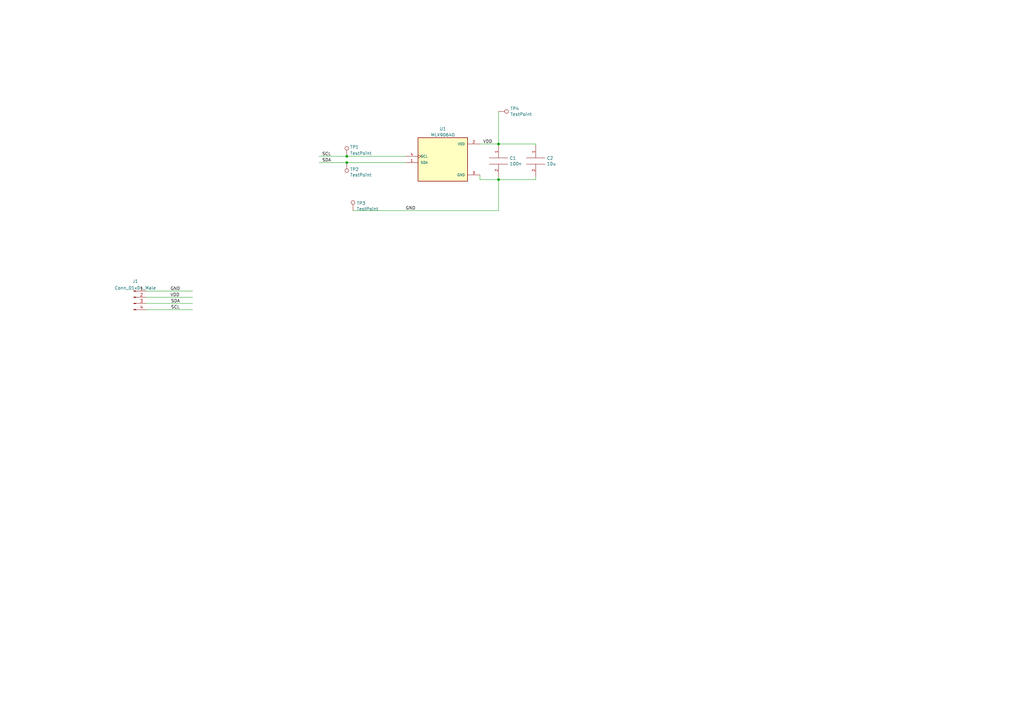
<source format=kicad_sch>
(kicad_sch (version 20211123) (generator eeschema)

  (uuid f144a97d-c3f0-423f-b0a9-3f7dbc42478b)

  (paper "A3")

  (lib_symbols
    (symbol "Connector:Conn_01x04_Male" (pin_names (offset 1.016) hide) (in_bom yes) (on_board yes)
      (property "Reference" "J" (id 0) (at 0 5.08 0)
        (effects (font (size 1.27 1.27)))
      )
      (property "Value" "Conn_01x04_Male" (id 1) (at 0 -7.62 0)
        (effects (font (size 1.27 1.27)))
      )
      (property "Footprint" "" (id 2) (at 0 0 0)
        (effects (font (size 1.27 1.27)) hide)
      )
      (property "Datasheet" "~" (id 3) (at 0 0 0)
        (effects (font (size 1.27 1.27)) hide)
      )
      (property "ki_keywords" "connector" (id 4) (at 0 0 0)
        (effects (font (size 1.27 1.27)) hide)
      )
      (property "ki_description" "Generic connector, single row, 01x04, script generated (kicad-library-utils/schlib/autogen/connector/)" (id 5) (at 0 0 0)
        (effects (font (size 1.27 1.27)) hide)
      )
      (property "ki_fp_filters" "Connector*:*_1x??_*" (id 6) (at 0 0 0)
        (effects (font (size 1.27 1.27)) hide)
      )
      (symbol "Conn_01x04_Male_1_1"
        (polyline
          (pts
            (xy 1.27 -5.08)
            (xy 0.8636 -5.08)
          )
          (stroke (width 0.1524) (type default) (color 0 0 0 0))
          (fill (type none))
        )
        (polyline
          (pts
            (xy 1.27 -2.54)
            (xy 0.8636 -2.54)
          )
          (stroke (width 0.1524) (type default) (color 0 0 0 0))
          (fill (type none))
        )
        (polyline
          (pts
            (xy 1.27 0)
            (xy 0.8636 0)
          )
          (stroke (width 0.1524) (type default) (color 0 0 0 0))
          (fill (type none))
        )
        (polyline
          (pts
            (xy 1.27 2.54)
            (xy 0.8636 2.54)
          )
          (stroke (width 0.1524) (type default) (color 0 0 0 0))
          (fill (type none))
        )
        (rectangle (start 0.8636 -4.953) (end 0 -5.207)
          (stroke (width 0.1524) (type default) (color 0 0 0 0))
          (fill (type outline))
        )
        (rectangle (start 0.8636 -2.413) (end 0 -2.667)
          (stroke (width 0.1524) (type default) (color 0 0 0 0))
          (fill (type outline))
        )
        (rectangle (start 0.8636 0.127) (end 0 -0.127)
          (stroke (width 0.1524) (type default) (color 0 0 0 0))
          (fill (type outline))
        )
        (rectangle (start 0.8636 2.667) (end 0 2.413)
          (stroke (width 0.1524) (type default) (color 0 0 0 0))
          (fill (type outline))
        )
        (pin passive line (at 5.08 2.54 180) (length 3.81)
          (name "Pin_1" (effects (font (size 1.27 1.27))))
          (number "1" (effects (font (size 1.27 1.27))))
        )
        (pin passive line (at 5.08 0 180) (length 3.81)
          (name "Pin_2" (effects (font (size 1.27 1.27))))
          (number "2" (effects (font (size 1.27 1.27))))
        )
        (pin passive line (at 5.08 -2.54 180) (length 3.81)
          (name "Pin_3" (effects (font (size 1.27 1.27))))
          (number "3" (effects (font (size 1.27 1.27))))
        )
        (pin passive line (at 5.08 -5.08 180) (length 3.81)
          (name "Pin_4" (effects (font (size 1.27 1.27))))
          (number "4" (effects (font (size 1.27 1.27))))
        )
      )
    )
    (symbol "Connector:TestPoint" (pin_numbers hide) (pin_names (offset 0.762) hide) (in_bom yes) (on_board yes)
      (property "Reference" "TP" (id 0) (at 0 6.858 0)
        (effects (font (size 1.27 1.27)))
      )
      (property "Value" "TestPoint" (id 1) (at 0 5.08 0)
        (effects (font (size 1.27 1.27)))
      )
      (property "Footprint" "" (id 2) (at 5.08 0 0)
        (effects (font (size 1.27 1.27)) hide)
      )
      (property "Datasheet" "~" (id 3) (at 5.08 0 0)
        (effects (font (size 1.27 1.27)) hide)
      )
      (property "ki_keywords" "test point tp" (id 4) (at 0 0 0)
        (effects (font (size 1.27 1.27)) hide)
      )
      (property "ki_description" "test point" (id 5) (at 0 0 0)
        (effects (font (size 1.27 1.27)) hide)
      )
      (property "ki_fp_filters" "Pin* Test*" (id 6) (at 0 0 0)
        (effects (font (size 1.27 1.27)) hide)
      )
      (symbol "TestPoint_0_1"
        (circle (center 0 3.302) (radius 0.762)
          (stroke (width 0) (type default) (color 0 0 0 0))
          (fill (type none))
        )
      )
      (symbol "TestPoint_1_1"
        (pin passive line (at 0 0 90) (length 2.54)
          (name "1" (effects (font (size 1.27 1.27))))
          (number "1" (effects (font (size 1.27 1.27))))
        )
      )
    )
    (symbol "melexis-temperature:MLX90640" (pin_names (offset 1.016)) (in_bom yes) (on_board yes)
      (property "Reference" "U?" (id 0) (at -10.16 8.89 0)
        (effects (font (size 1.27 1.27)) (justify left bottom))
      )
      (property "Value" "MLX90640" (id 1) (at -10.16 -11.43 0)
        (effects (font (size 1.27 1.27)) (justify left bottom))
      )
      (property "Footprint" "melexis-temperature:mlx90640_41" (id 2) (at -10.16 -16.51 0)
        (effects (font (size 1.27 1.27)) (justify left bottom) hide)
      )
      (property "Datasheet" "https://melexis.com/mlx90640" (id 3) (at -10.16 -13.97 0)
        (effects (font (size 1.27 1.27)) (justify left bottom) hide)
      )
      (symbol "MLX90640_0_0"
        (rectangle (start -10.16 -10.16) (end 10.16 7.62)
          (stroke (width 0.254) (type default) (color 0 0 0 0))
          (fill (type background))
        )
        (pin bidirectional line (at -15.24 -2.54 0) (length 5.08)
          (name "SDA" (effects (font (size 1.016 1.016))))
          (number "1" (effects (font (size 1.016 1.016))))
        )
        (pin power_in line (at 15.24 5.08 180) (length 5.08)
          (name "VDD" (effects (font (size 1.016 1.016))))
          (number "2" (effects (font (size 1.016 1.016))))
        )
        (pin power_in line (at 15.24 -7.62 180) (length 5.08)
          (name "GND" (effects (font (size 1.016 1.016))))
          (number "3" (effects (font (size 1.016 1.016))))
        )
        (pin input clock (at -15.24 0 0) (length 5.08)
          (name "SCL" (effects (font (size 1.016 1.016))))
          (number "4" (effects (font (size 1.016 1.016))))
        )
      )
    )
    (symbol "pspice:C" (pin_names (offset 0.254)) (in_bom yes) (on_board yes)
      (property "Reference" "C" (id 0) (at 2.54 3.81 90)
        (effects (font (size 1.27 1.27)))
      )
      (property "Value" "C" (id 1) (at 2.54 -3.81 90)
        (effects (font (size 1.27 1.27)))
      )
      (property "Footprint" "" (id 2) (at 0 0 0)
        (effects (font (size 1.27 1.27)) hide)
      )
      (property "Datasheet" "~" (id 3) (at 0 0 0)
        (effects (font (size 1.27 1.27)) hide)
      )
      (property "ki_keywords" "simulation" (id 4) (at 0 0 0)
        (effects (font (size 1.27 1.27)) hide)
      )
      (property "ki_description" "Capacitor symbol for simulation only" (id 5) (at 0 0 0)
        (effects (font (size 1.27 1.27)) hide)
      )
      (symbol "C_0_1"
        (polyline
          (pts
            (xy -3.81 -1.27)
            (xy 3.81 -1.27)
          )
          (stroke (width 0) (type default) (color 0 0 0 0))
          (fill (type none))
        )
        (polyline
          (pts
            (xy -3.81 1.27)
            (xy 3.81 1.27)
          )
          (stroke (width 0) (type default) (color 0 0 0 0))
          (fill (type none))
        )
      )
      (symbol "C_1_1"
        (pin passive line (at 0 6.35 270) (length 5.08)
          (name "~" (effects (font (size 1.016 1.016))))
          (number "1" (effects (font (size 1.016 1.016))))
        )
        (pin passive line (at 0 -6.35 90) (length 5.08)
          (name "~" (effects (font (size 1.016 1.016))))
          (number "2" (effects (font (size 1.016 1.016))))
        )
      )
    )
  )

  (junction (at 142.24 64.135) (diameter 0) (color 0 0 0 0)
    (uuid 0f41a909-27c4-4be2-9d5e-9ae2108c8ff5)
  )
  (junction (at 142.24 66.675) (diameter 0) (color 0 0 0 0)
    (uuid 29d472a1-c0d6-42c9-b2e5-a264b93a7ff1)
  )
  (junction (at 204.47 73.66) (diameter 0) (color 0 0 0 0)
    (uuid 9702d639-3b1f-4825-8985-b32b9008503d)
  )
  (junction (at 204.47 59.055) (diameter 0) (color 0 0 0 0)
    (uuid c61fd9d4-5f38-4cd2-8ccc-af4e69777961)
  )

  (wire (pts (xy 59.944 124.46) (xy 78.994 124.46))
    (stroke (width 0) (type default) (color 0 0 0 0))
    (uuid 10c05ac4-7806-406a-b56c-a9cd10cdf5a0)
  )
  (wire (pts (xy 196.85 59.055) (xy 204.47 59.055))
    (stroke (width 0) (type default) (color 0 0 0 0))
    (uuid 128e34ce-eee7-477d-b905-a493e98db783)
  )
  (wire (pts (xy 142.24 64.135) (xy 130.81 64.135))
    (stroke (width 0) (type default) (color 0 0 0 0))
    (uuid 1b54105e-6590-4d26-a763-ecfcf81eedc4)
  )
  (wire (pts (xy 59.944 127) (xy 78.994 127))
    (stroke (width 0) (type default) (color 0 0 0 0))
    (uuid 1c286467-bb2c-4ce3-8bc2-ed6165c8edb6)
  )
  (wire (pts (xy 142.24 66.675) (xy 166.37 66.675))
    (stroke (width 0) (type default) (color 0 0 0 0))
    (uuid 2f3deced-880d-4075-a81b-95c62da5b94d)
  )
  (wire (pts (xy 204.47 59.055) (xy 204.47 59.69))
    (stroke (width 0) (type default) (color 0 0 0 0))
    (uuid 45388dd0-f808-4e8f-a83e-1eb26af992bf)
  )
  (wire (pts (xy 204.47 73.66) (xy 204.47 86.36))
    (stroke (width 0) (type default) (color 0 0 0 0))
    (uuid 4d609e7c-74c9-4ae9-a26d-946ff00c167d)
  )
  (wire (pts (xy 196.85 73.66) (xy 204.47 73.66))
    (stroke (width 0) (type default) (color 0 0 0 0))
    (uuid 507c44af-5dba-468c-900a-0fefe6e3a2a5)
  )
  (wire (pts (xy 142.24 66.675) (xy 130.81 66.675))
    (stroke (width 0) (type default) (color 0 0 0 0))
    (uuid 632acde9-b7fd-4f04-8cb4-d2cbb06b3595)
  )
  (wire (pts (xy 196.85 71.755) (xy 196.85 73.66))
    (stroke (width 0) (type default) (color 0 0 0 0))
    (uuid 6aad1812-20bb-4bff-a45d-88754e3ecda5)
  )
  (wire (pts (xy 59.944 119.38) (xy 78.994 119.38))
    (stroke (width 0) (type default) (color 0 0 0 0))
    (uuid 754ad783-2c9b-41e4-a253-2053dbb561e3)
  )
  (wire (pts (xy 204.47 72.39) (xy 204.47 73.66))
    (stroke (width 0) (type default) (color 0 0 0 0))
    (uuid 9bdb223e-5875-423d-8b36-f110bd8a539b)
  )
  (wire (pts (xy 204.47 45.72) (xy 204.47 59.055))
    (stroke (width 0) (type default) (color 0 0 0 0))
    (uuid a06e8e78-f567-42e6-b645-013b1073ca31)
  )
  (wire (pts (xy 142.24 64.135) (xy 166.37 64.135))
    (stroke (width 0) (type default) (color 0 0 0 0))
    (uuid a501555e-bbc7-4b58-ad89-28a0cd3dd6d0)
  )
  (wire (pts (xy 219.71 59.055) (xy 219.71 59.69))
    (stroke (width 0) (type default) (color 0 0 0 0))
    (uuid ad757bda-7edb-48d5-a06d-d6ddeee9d053)
  )
  (wire (pts (xy 204.47 73.66) (xy 219.71 73.66))
    (stroke (width 0) (type default) (color 0 0 0 0))
    (uuid d7c70414-8f40-4b69-8098-b817382bd61a)
  )
  (wire (pts (xy 144.78 86.36) (xy 204.47 86.36))
    (stroke (width 0) (type default) (color 0 0 0 0))
    (uuid dabe541b-b164-4180-97a4-5ca761b86800)
  )
  (wire (pts (xy 204.47 59.055) (xy 219.71 59.055))
    (stroke (width 0) (type default) (color 0 0 0 0))
    (uuid e5457ea7-b2b0-4575-b998-f1151f23e472)
  )
  (wire (pts (xy 59.944 121.92) (xy 78.994 121.92))
    (stroke (width 0) (type default) (color 0 0 0 0))
    (uuid f4e914be-c810-41d7-a94e-a4db1db21bb0)
  )
  (wire (pts (xy 219.71 73.66) (xy 219.71 72.39))
    (stroke (width 0) (type default) (color 0 0 0 0))
    (uuid f8775a1b-c8ec-424d-906a-5dd6dff6d94c)
  )

  (label "GND" (at 69.85 119.38 0)
    (effects (font (size 1.27 1.27)) (justify left bottom))
    (uuid 0ebee32d-3662-4f4d-a704-8bbfb1bcc675)
  )
  (label "SDA" (at 70.104 124.46 0)
    (effects (font (size 1.27 1.27)) (justify left bottom))
    (uuid 18f35ab7-05b1-4916-bca1-7e693b111a06)
  )
  (label "SDA" (at 132.08 66.675 0)
    (effects (font (size 1.27 1.27)) (justify left bottom))
    (uuid 4412226e-d975-40a2-921f-502ff4129a95)
  )
  (label "SCL" (at 132.08 64.135 0)
    (effects (font (size 1.27 1.27)) (justify left bottom))
    (uuid 4e66a44f-7fa6-4e16-bf9b-62ec864301a5)
  )
  (label "SCL" (at 70.104 127 0)
    (effects (font (size 1.27 1.27)) (justify left bottom))
    (uuid 4fd1e628-09a1-4bc9-9f6a-e70c0e86b0dc)
  )
  (label "VDD" (at 198.12 59.055 0)
    (effects (font (size 1.27 1.27)) (justify left bottom))
    (uuid 68e09be7-3bbc-4443-a838-209ce20b2bef)
  )
  (label "GND" (at 166.37 86.36 0)
    (effects (font (size 1.27 1.27)) (justify left bottom))
    (uuid 6b25f522-8e2d-4cd8-9d5d-a2b80f60133b)
  )
  (label "VDD" (at 69.85 121.92 0)
    (effects (font (size 1.27 1.27)) (justify left bottom))
    (uuid a02eb634-3dd2-4ba0-92b2-fced6e18deee)
  )

  (symbol (lib_id "pspice:C") (at 204.47 66.04 0) (unit 1)
    (in_bom yes) (on_board yes)
    (uuid 00000000-0000-0000-0000-00005ee38154)
    (property "Reference" "C1" (id 0) (at 208.9912 64.8716 0)
      (effects (font (size 1.27 1.27)) (justify left))
    )
    (property "Value" "100n" (id 1) (at 208.9912 67.183 0)
      (effects (font (size 1.27 1.27)) (justify left))
    )
    (property "Footprint" "Capacitor_SMD:C_0805_2012Metric" (id 2) (at 204.47 66.04 0)
      (effects (font (size 1.27 1.27)) hide)
    )
    (property "Datasheet" "~" (id 3) (at 204.47 66.04 0)
      (effects (font (size 1.27 1.27)) hide)
    )
    (pin "1" (uuid ef8fe2ac-6a7f-4682-9418-b801a1b10a3b))
    (pin "2" (uuid 44d8279a-9cd1-4db6-856f-0363131605fc))
  )

  (symbol (lib_id "Connector:TestPoint") (at 142.24 66.675 180) (unit 1)
    (in_bom yes) (on_board yes)
    (uuid 00000000-0000-0000-0000-00005ee38160)
    (property "Reference" "TP2" (id 0) (at 143.51 69.4436 0)
      (effects (font (size 1.27 1.27)) (justify right))
    )
    (property "Value" "TestPoint" (id 1) (at 143.51 71.755 0)
      (effects (font (size 1.27 1.27)) (justify right))
    )
    (property "Footprint" "TestPoint:TestPoint_Pad_1.0x1.0mm" (id 2) (at 137.16 66.675 0)
      (effects (font (size 1.27 1.27)) hide)
    )
    (property "Datasheet" "~" (id 3) (at 137.16 66.675 0)
      (effects (font (size 1.27 1.27)) hide)
    )
    (pin "1" (uuid 87371631-aa02-498a-998a-09bdb74784c1))
  )

  (symbol (lib_id "Connector:TestPoint") (at 142.24 64.135 0) (unit 1)
    (in_bom yes) (on_board yes)
    (uuid 00000000-0000-0000-0000-00005ee38167)
    (property "Reference" "TP1" (id 0) (at 143.51 60.325 0)
      (effects (font (size 1.27 1.27)) (justify left))
    )
    (property "Value" "TestPoint" (id 1) (at 143.51 62.865 0)
      (effects (font (size 1.27 1.27)) (justify left))
    )
    (property "Footprint" "TestPoint:TestPoint_Pad_1.0x1.0mm" (id 2) (at 147.32 64.135 0)
      (effects (font (size 1.27 1.27)) hide)
    )
    (property "Datasheet" "~" (id 3) (at 147.32 64.135 0)
      (effects (font (size 1.27 1.27)) hide)
    )
    (pin "1" (uuid a3e4f0ae-9f86-49e9-b386-ed8b42e012fb))
  )

  (symbol (lib_id "Connector:TestPoint") (at 144.78 86.36 0) (unit 1)
    (in_bom yes) (on_board yes)
    (uuid 00000000-0000-0000-0000-00005ee3816e)
    (property "Reference" "TP3" (id 0) (at 146.2532 83.3628 0)
      (effects (font (size 1.27 1.27)) (justify left))
    )
    (property "Value" "TestPoint" (id 1) (at 146.2532 85.6742 0)
      (effects (font (size 1.27 1.27)) (justify left))
    )
    (property "Footprint" "TestPoint:TestPoint_Pad_1.0x1.0mm" (id 2) (at 149.86 86.36 0)
      (effects (font (size 1.27 1.27)) hide)
    )
    (property "Datasheet" "~" (id 3) (at 149.86 86.36 0)
      (effects (font (size 1.27 1.27)) hide)
    )
    (pin "1" (uuid 6c9b793c-e74d-4754-a2c0-901e73b26f1c))
  )

  (symbol (lib_id "Connector:TestPoint") (at 204.47 45.72 270) (unit 1)
    (in_bom yes) (on_board yes)
    (uuid 00000000-0000-0000-0000-00005ee381bd)
    (property "Reference" "TP4" (id 0) (at 209.2452 44.5516 90)
      (effects (font (size 1.27 1.27)) (justify left))
    )
    (property "Value" "TestPoint" (id 1) (at 209.2452 46.863 90)
      (effects (font (size 1.27 1.27)) (justify left))
    )
    (property "Footprint" "TestPoint:TestPoint_Pad_1.0x1.0mm" (id 2) (at 204.47 50.8 0)
      (effects (font (size 1.27 1.27)) hide)
    )
    (property "Datasheet" "~" (id 3) (at 204.47 50.8 0)
      (effects (font (size 1.27 1.27)) hide)
    )
    (pin "1" (uuid 48ab88d7-7084-4d02-b109-3ad55a30bb11))
  )

  (symbol (lib_id "Connector:Conn_01x04_Male") (at 54.864 121.92 0) (unit 1)
    (in_bom yes) (on_board yes) (fields_autoplaced)
    (uuid 020fb5f8-7154-449f-9427-c21c224740aa)
    (property "Reference" "J1" (id 0) (at 55.499 115.3373 0))
    (property "Value" "Conn_01x04_Male" (id 1) (at 55.499 118.1124 0))
    (property "Footprint" "melexis-temperature:QWIIC_STEMMA_QT" (id 2) (at 54.864 121.92 0)
      (effects (font (size 1.27 1.27)) hide)
    )
    (property "Datasheet" "~" (id 3) (at 54.864 121.92 0)
      (effects (font (size 1.27 1.27)) hide)
    )
    (pin "1" (uuid dfba55d2-f8dc-436a-b94f-b36d464fd23a))
    (pin "2" (uuid c631e5fc-7d8b-4e95-a9d7-2a35f6494f59))
    (pin "3" (uuid 0fab4f44-50b7-47e8-8e41-d5c3aef59701))
    (pin "4" (uuid 996f47d1-fc15-47e8-9c90-0ae6699ccbc6))
  )

  (symbol (lib_id "pspice:C") (at 219.71 66.04 0) (unit 1)
    (in_bom yes) (on_board yes)
    (uuid 1c6e256b-f61e-475c-a12c-4870d3ea2776)
    (property "Reference" "C2" (id 0) (at 224.2312 64.8716 0)
      (effects (font (size 1.27 1.27)) (justify left))
    )
    (property "Value" "10u" (id 1) (at 224.2312 67.183 0)
      (effects (font (size 1.27 1.27)) (justify left))
    )
    (property "Footprint" "Capacitor_SMD:C_0805_2012Metric" (id 2) (at 219.71 66.04 0)
      (effects (font (size 1.27 1.27)) hide)
    )
    (property "Datasheet" "~" (id 3) (at 219.71 66.04 0)
      (effects (font (size 1.27 1.27)) hide)
    )
    (pin "1" (uuid b01ae9a3-94e1-4897-9f28-a21c7c095d54))
    (pin "2" (uuid fd868cc6-b045-471f-b9d2-f8871723d1d4))
  )

  (symbol (lib_id "melexis-temperature:MLX90640") (at 181.61 64.135 0) (unit 1)
    (in_bom yes) (on_board yes) (fields_autoplaced)
    (uuid 3a339421-9842-4d4f-9af2-5146f7a3297a)
    (property "Reference" "U1" (id 0) (at 181.61 52.8152 0))
    (property "Value" "MLX90640" (id 1) (at 181.61 55.3521 0))
    (property "Footprint" "melexis-temperature:mlx90640_41" (id 2) (at 171.45 80.645 0)
      (effects (font (size 1.27 1.27)) (justify left bottom) hide)
    )
    (property "Datasheet" "https://melexis.com/mlx90640" (id 3) (at 171.45 78.105 0)
      (effects (font (size 1.27 1.27)) (justify left bottom) hide)
    )
    (pin "1" (uuid 100471bc-dcca-496f-8804-1496725c0fb3))
    (pin "2" (uuid d6a04c88-7f1d-47fa-91d4-5df6fb977eb0))
    (pin "3" (uuid aac83970-4c7c-4a1e-ba94-9b9809bcff2e))
    (pin "4" (uuid 20c980ec-21a2-4614-9057-29c2179e577d))
  )

  (sheet_instances
    (path "/" (page "1"))
  )

  (symbol_instances
    (path "/00000000-0000-0000-0000-00005ee38154"
      (reference "C1") (unit 1) (value "100n") (footprint "Capacitor_SMD:C_0805_2012Metric")
    )
    (path "/1c6e256b-f61e-475c-a12c-4870d3ea2776"
      (reference "C2") (unit 1) (value "10u") (footprint "Capacitor_SMD:C_0805_2012Metric")
    )
    (path "/020fb5f8-7154-449f-9427-c21c224740aa"
      (reference "J1") (unit 1) (value "Conn_01x04_Male") (footprint "melexis-temperature:QWIIC_STEMMA_QT")
    )
    (path "/00000000-0000-0000-0000-00005ee38167"
      (reference "TP1") (unit 1) (value "TestPoint") (footprint "TestPoint:TestPoint_Pad_1.0x1.0mm")
    )
    (path "/00000000-0000-0000-0000-00005ee38160"
      (reference "TP2") (unit 1) (value "TestPoint") (footprint "TestPoint:TestPoint_Pad_1.0x1.0mm")
    )
    (path "/00000000-0000-0000-0000-00005ee3816e"
      (reference "TP3") (unit 1) (value "TestPoint") (footprint "TestPoint:TestPoint_Pad_1.0x1.0mm")
    )
    (path "/00000000-0000-0000-0000-00005ee381bd"
      (reference "TP4") (unit 1) (value "TestPoint") (footprint "TestPoint:TestPoint_Pad_1.0x1.0mm")
    )
    (path "/3a339421-9842-4d4f-9af2-5146f7a3297a"
      (reference "U1") (unit 1) (value "MLX90640") (footprint "melexis-temperature:mlx90640_41")
    )
  )
)

</source>
